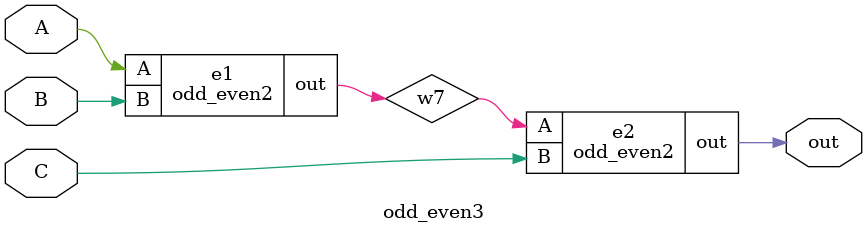
<source format=v>
module odd_even2(out, A, B);
  output  out;
  input   A, B;
  // out = 1 when an odd number of input bits is 1
  // out = 0 when an even number of input bits is 1 (zero is even)
  // add your code below here
  wire w1, w2, w3, w4;

  xor x0(out, A, B);

  // or e(out, w3, w4);
  // and d(w4, w2, A);
  // and c(w3, w1, B);
  // not a(w1, A);
  // not b(w2, B);

endmodule // odd_even2

module odd_even3(out, A, B, C);
  // out = 1 when an odd number of input bits is 1
  // out = 0 when an even number of input bits is 1 (zero is even)
  // add your code below here
  output out;
  input A, B, C;
  wire w7;
  odd_even2 e2(out, w7, C);
  odd_even2 e1(w7, A, B);


  // DO NOT USE ANY GATES!!! FOLLOW THE SCHEMATIC SHOWN IN THE INSTRUCTIONS EXACTLY
  // USE MULTIPLE INSTANCES OF odd_even2, SEE INSTRUCTIONS FOR HOW TO DO THAT.
  
   
endmodule // odd_even3
</source>
